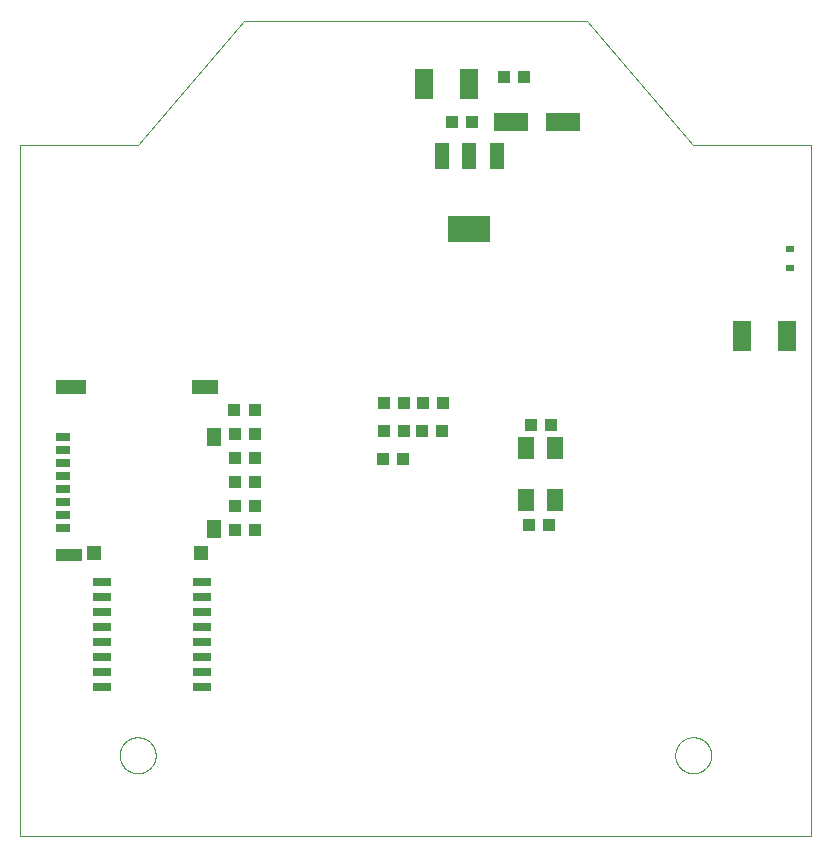
<source format=gbp>
G75*
%MOIN*%
%OFA0B0*%
%FSLAX25Y25*%
%IPPOS*%
%LPD*%
%AMOC8*
5,1,8,0,0,1.08239X$1,22.5*
%
%ADD10C,0.00000*%
%ADD11R,0.04331X0.03937*%
%ADD12R,0.11811X0.06299*%
%ADD13R,0.04800X0.08800*%
%ADD14R,0.14173X0.08661*%
%ADD15R,0.05512X0.07480*%
%ADD16R,0.06000X0.10000*%
%ADD17R,0.03150X0.02362*%
%ADD18R,0.04882X0.03150*%
%ADD19R,0.09843X0.04528*%
%ADD20R,0.08661X0.04528*%
%ADD21R,0.04528X0.05906*%
%ADD22R,0.04724X0.04567*%
%ADD23R,0.04921X0.04567*%
%ADD24R,0.08661X0.04409*%
%ADD25R,0.03937X0.04331*%
%ADD26R,0.04134X0.04252*%
%ADD27R,0.06000X0.02500*%
D10*
X0012400Y0035678D02*
X0012400Y0265993D01*
X0051770Y0265993D01*
X0087203Y0307332D01*
X0201376Y0307332D01*
X0236809Y0265993D01*
X0276180Y0265993D01*
X0276180Y0035678D01*
X0012400Y0035678D01*
X0045690Y0062450D02*
X0045692Y0062604D01*
X0045698Y0062759D01*
X0045708Y0062913D01*
X0045722Y0063067D01*
X0045740Y0063220D01*
X0045761Y0063373D01*
X0045787Y0063526D01*
X0045817Y0063677D01*
X0045850Y0063828D01*
X0045888Y0063978D01*
X0045929Y0064127D01*
X0045974Y0064275D01*
X0046023Y0064421D01*
X0046076Y0064567D01*
X0046132Y0064710D01*
X0046192Y0064853D01*
X0046256Y0064993D01*
X0046323Y0065133D01*
X0046394Y0065270D01*
X0046468Y0065405D01*
X0046546Y0065539D01*
X0046627Y0065670D01*
X0046712Y0065799D01*
X0046800Y0065927D01*
X0046891Y0066051D01*
X0046985Y0066174D01*
X0047083Y0066294D01*
X0047183Y0066411D01*
X0047287Y0066526D01*
X0047393Y0066638D01*
X0047502Y0066747D01*
X0047614Y0066853D01*
X0047729Y0066957D01*
X0047846Y0067057D01*
X0047966Y0067155D01*
X0048089Y0067249D01*
X0048213Y0067340D01*
X0048341Y0067428D01*
X0048470Y0067513D01*
X0048601Y0067594D01*
X0048735Y0067672D01*
X0048870Y0067746D01*
X0049007Y0067817D01*
X0049147Y0067884D01*
X0049287Y0067948D01*
X0049430Y0068008D01*
X0049573Y0068064D01*
X0049719Y0068117D01*
X0049865Y0068166D01*
X0050013Y0068211D01*
X0050162Y0068252D01*
X0050312Y0068290D01*
X0050463Y0068323D01*
X0050614Y0068353D01*
X0050767Y0068379D01*
X0050920Y0068400D01*
X0051073Y0068418D01*
X0051227Y0068432D01*
X0051381Y0068442D01*
X0051536Y0068448D01*
X0051690Y0068450D01*
X0051844Y0068448D01*
X0051999Y0068442D01*
X0052153Y0068432D01*
X0052307Y0068418D01*
X0052460Y0068400D01*
X0052613Y0068379D01*
X0052766Y0068353D01*
X0052917Y0068323D01*
X0053068Y0068290D01*
X0053218Y0068252D01*
X0053367Y0068211D01*
X0053515Y0068166D01*
X0053661Y0068117D01*
X0053807Y0068064D01*
X0053950Y0068008D01*
X0054093Y0067948D01*
X0054233Y0067884D01*
X0054373Y0067817D01*
X0054510Y0067746D01*
X0054645Y0067672D01*
X0054779Y0067594D01*
X0054910Y0067513D01*
X0055039Y0067428D01*
X0055167Y0067340D01*
X0055291Y0067249D01*
X0055414Y0067155D01*
X0055534Y0067057D01*
X0055651Y0066957D01*
X0055766Y0066853D01*
X0055878Y0066747D01*
X0055987Y0066638D01*
X0056093Y0066526D01*
X0056197Y0066411D01*
X0056297Y0066294D01*
X0056395Y0066174D01*
X0056489Y0066051D01*
X0056580Y0065927D01*
X0056668Y0065799D01*
X0056753Y0065670D01*
X0056834Y0065539D01*
X0056912Y0065405D01*
X0056986Y0065270D01*
X0057057Y0065133D01*
X0057124Y0064993D01*
X0057188Y0064853D01*
X0057248Y0064710D01*
X0057304Y0064567D01*
X0057357Y0064421D01*
X0057406Y0064275D01*
X0057451Y0064127D01*
X0057492Y0063978D01*
X0057530Y0063828D01*
X0057563Y0063677D01*
X0057593Y0063526D01*
X0057619Y0063373D01*
X0057640Y0063220D01*
X0057658Y0063067D01*
X0057672Y0062913D01*
X0057682Y0062759D01*
X0057688Y0062604D01*
X0057690Y0062450D01*
X0057688Y0062296D01*
X0057682Y0062141D01*
X0057672Y0061987D01*
X0057658Y0061833D01*
X0057640Y0061680D01*
X0057619Y0061527D01*
X0057593Y0061374D01*
X0057563Y0061223D01*
X0057530Y0061072D01*
X0057492Y0060922D01*
X0057451Y0060773D01*
X0057406Y0060625D01*
X0057357Y0060479D01*
X0057304Y0060333D01*
X0057248Y0060190D01*
X0057188Y0060047D01*
X0057124Y0059907D01*
X0057057Y0059767D01*
X0056986Y0059630D01*
X0056912Y0059495D01*
X0056834Y0059361D01*
X0056753Y0059230D01*
X0056668Y0059101D01*
X0056580Y0058973D01*
X0056489Y0058849D01*
X0056395Y0058726D01*
X0056297Y0058606D01*
X0056197Y0058489D01*
X0056093Y0058374D01*
X0055987Y0058262D01*
X0055878Y0058153D01*
X0055766Y0058047D01*
X0055651Y0057943D01*
X0055534Y0057843D01*
X0055414Y0057745D01*
X0055291Y0057651D01*
X0055167Y0057560D01*
X0055039Y0057472D01*
X0054910Y0057387D01*
X0054779Y0057306D01*
X0054645Y0057228D01*
X0054510Y0057154D01*
X0054373Y0057083D01*
X0054233Y0057016D01*
X0054093Y0056952D01*
X0053950Y0056892D01*
X0053807Y0056836D01*
X0053661Y0056783D01*
X0053515Y0056734D01*
X0053367Y0056689D01*
X0053218Y0056648D01*
X0053068Y0056610D01*
X0052917Y0056577D01*
X0052766Y0056547D01*
X0052613Y0056521D01*
X0052460Y0056500D01*
X0052307Y0056482D01*
X0052153Y0056468D01*
X0051999Y0056458D01*
X0051844Y0056452D01*
X0051690Y0056450D01*
X0051536Y0056452D01*
X0051381Y0056458D01*
X0051227Y0056468D01*
X0051073Y0056482D01*
X0050920Y0056500D01*
X0050767Y0056521D01*
X0050614Y0056547D01*
X0050463Y0056577D01*
X0050312Y0056610D01*
X0050162Y0056648D01*
X0050013Y0056689D01*
X0049865Y0056734D01*
X0049719Y0056783D01*
X0049573Y0056836D01*
X0049430Y0056892D01*
X0049287Y0056952D01*
X0049147Y0057016D01*
X0049007Y0057083D01*
X0048870Y0057154D01*
X0048735Y0057228D01*
X0048601Y0057306D01*
X0048470Y0057387D01*
X0048341Y0057472D01*
X0048213Y0057560D01*
X0048089Y0057651D01*
X0047966Y0057745D01*
X0047846Y0057843D01*
X0047729Y0057943D01*
X0047614Y0058047D01*
X0047502Y0058153D01*
X0047393Y0058262D01*
X0047287Y0058374D01*
X0047183Y0058489D01*
X0047083Y0058606D01*
X0046985Y0058726D01*
X0046891Y0058849D01*
X0046800Y0058973D01*
X0046712Y0059101D01*
X0046627Y0059230D01*
X0046546Y0059361D01*
X0046468Y0059495D01*
X0046394Y0059630D01*
X0046323Y0059767D01*
X0046256Y0059907D01*
X0046192Y0060047D01*
X0046132Y0060190D01*
X0046076Y0060333D01*
X0046023Y0060479D01*
X0045974Y0060625D01*
X0045929Y0060773D01*
X0045888Y0060922D01*
X0045850Y0061072D01*
X0045817Y0061223D01*
X0045787Y0061374D01*
X0045761Y0061527D01*
X0045740Y0061680D01*
X0045722Y0061833D01*
X0045708Y0061987D01*
X0045698Y0062141D01*
X0045692Y0062296D01*
X0045690Y0062450D01*
X0230890Y0062450D02*
X0230892Y0062604D01*
X0230898Y0062759D01*
X0230908Y0062913D01*
X0230922Y0063067D01*
X0230940Y0063220D01*
X0230961Y0063373D01*
X0230987Y0063526D01*
X0231017Y0063677D01*
X0231050Y0063828D01*
X0231088Y0063978D01*
X0231129Y0064127D01*
X0231174Y0064275D01*
X0231223Y0064421D01*
X0231276Y0064567D01*
X0231332Y0064710D01*
X0231392Y0064853D01*
X0231456Y0064993D01*
X0231523Y0065133D01*
X0231594Y0065270D01*
X0231668Y0065405D01*
X0231746Y0065539D01*
X0231827Y0065670D01*
X0231912Y0065799D01*
X0232000Y0065927D01*
X0232091Y0066051D01*
X0232185Y0066174D01*
X0232283Y0066294D01*
X0232383Y0066411D01*
X0232487Y0066526D01*
X0232593Y0066638D01*
X0232702Y0066747D01*
X0232814Y0066853D01*
X0232929Y0066957D01*
X0233046Y0067057D01*
X0233166Y0067155D01*
X0233289Y0067249D01*
X0233413Y0067340D01*
X0233541Y0067428D01*
X0233670Y0067513D01*
X0233801Y0067594D01*
X0233935Y0067672D01*
X0234070Y0067746D01*
X0234207Y0067817D01*
X0234347Y0067884D01*
X0234487Y0067948D01*
X0234630Y0068008D01*
X0234773Y0068064D01*
X0234919Y0068117D01*
X0235065Y0068166D01*
X0235213Y0068211D01*
X0235362Y0068252D01*
X0235512Y0068290D01*
X0235663Y0068323D01*
X0235814Y0068353D01*
X0235967Y0068379D01*
X0236120Y0068400D01*
X0236273Y0068418D01*
X0236427Y0068432D01*
X0236581Y0068442D01*
X0236736Y0068448D01*
X0236890Y0068450D01*
X0237044Y0068448D01*
X0237199Y0068442D01*
X0237353Y0068432D01*
X0237507Y0068418D01*
X0237660Y0068400D01*
X0237813Y0068379D01*
X0237966Y0068353D01*
X0238117Y0068323D01*
X0238268Y0068290D01*
X0238418Y0068252D01*
X0238567Y0068211D01*
X0238715Y0068166D01*
X0238861Y0068117D01*
X0239007Y0068064D01*
X0239150Y0068008D01*
X0239293Y0067948D01*
X0239433Y0067884D01*
X0239573Y0067817D01*
X0239710Y0067746D01*
X0239845Y0067672D01*
X0239979Y0067594D01*
X0240110Y0067513D01*
X0240239Y0067428D01*
X0240367Y0067340D01*
X0240491Y0067249D01*
X0240614Y0067155D01*
X0240734Y0067057D01*
X0240851Y0066957D01*
X0240966Y0066853D01*
X0241078Y0066747D01*
X0241187Y0066638D01*
X0241293Y0066526D01*
X0241397Y0066411D01*
X0241497Y0066294D01*
X0241595Y0066174D01*
X0241689Y0066051D01*
X0241780Y0065927D01*
X0241868Y0065799D01*
X0241953Y0065670D01*
X0242034Y0065539D01*
X0242112Y0065405D01*
X0242186Y0065270D01*
X0242257Y0065133D01*
X0242324Y0064993D01*
X0242388Y0064853D01*
X0242448Y0064710D01*
X0242504Y0064567D01*
X0242557Y0064421D01*
X0242606Y0064275D01*
X0242651Y0064127D01*
X0242692Y0063978D01*
X0242730Y0063828D01*
X0242763Y0063677D01*
X0242793Y0063526D01*
X0242819Y0063373D01*
X0242840Y0063220D01*
X0242858Y0063067D01*
X0242872Y0062913D01*
X0242882Y0062759D01*
X0242888Y0062604D01*
X0242890Y0062450D01*
X0242888Y0062296D01*
X0242882Y0062141D01*
X0242872Y0061987D01*
X0242858Y0061833D01*
X0242840Y0061680D01*
X0242819Y0061527D01*
X0242793Y0061374D01*
X0242763Y0061223D01*
X0242730Y0061072D01*
X0242692Y0060922D01*
X0242651Y0060773D01*
X0242606Y0060625D01*
X0242557Y0060479D01*
X0242504Y0060333D01*
X0242448Y0060190D01*
X0242388Y0060047D01*
X0242324Y0059907D01*
X0242257Y0059767D01*
X0242186Y0059630D01*
X0242112Y0059495D01*
X0242034Y0059361D01*
X0241953Y0059230D01*
X0241868Y0059101D01*
X0241780Y0058973D01*
X0241689Y0058849D01*
X0241595Y0058726D01*
X0241497Y0058606D01*
X0241397Y0058489D01*
X0241293Y0058374D01*
X0241187Y0058262D01*
X0241078Y0058153D01*
X0240966Y0058047D01*
X0240851Y0057943D01*
X0240734Y0057843D01*
X0240614Y0057745D01*
X0240491Y0057651D01*
X0240367Y0057560D01*
X0240239Y0057472D01*
X0240110Y0057387D01*
X0239979Y0057306D01*
X0239845Y0057228D01*
X0239710Y0057154D01*
X0239573Y0057083D01*
X0239433Y0057016D01*
X0239293Y0056952D01*
X0239150Y0056892D01*
X0239007Y0056836D01*
X0238861Y0056783D01*
X0238715Y0056734D01*
X0238567Y0056689D01*
X0238418Y0056648D01*
X0238268Y0056610D01*
X0238117Y0056577D01*
X0237966Y0056547D01*
X0237813Y0056521D01*
X0237660Y0056500D01*
X0237507Y0056482D01*
X0237353Y0056468D01*
X0237199Y0056458D01*
X0237044Y0056452D01*
X0236890Y0056450D01*
X0236736Y0056452D01*
X0236581Y0056458D01*
X0236427Y0056468D01*
X0236273Y0056482D01*
X0236120Y0056500D01*
X0235967Y0056521D01*
X0235814Y0056547D01*
X0235663Y0056577D01*
X0235512Y0056610D01*
X0235362Y0056648D01*
X0235213Y0056689D01*
X0235065Y0056734D01*
X0234919Y0056783D01*
X0234773Y0056836D01*
X0234630Y0056892D01*
X0234487Y0056952D01*
X0234347Y0057016D01*
X0234207Y0057083D01*
X0234070Y0057154D01*
X0233935Y0057228D01*
X0233801Y0057306D01*
X0233670Y0057387D01*
X0233541Y0057472D01*
X0233413Y0057560D01*
X0233289Y0057651D01*
X0233166Y0057745D01*
X0233046Y0057843D01*
X0232929Y0057943D01*
X0232814Y0058047D01*
X0232702Y0058153D01*
X0232593Y0058262D01*
X0232487Y0058374D01*
X0232383Y0058489D01*
X0232283Y0058606D01*
X0232185Y0058726D01*
X0232091Y0058849D01*
X0232000Y0058973D01*
X0231912Y0059101D01*
X0231827Y0059230D01*
X0231746Y0059361D01*
X0231668Y0059495D01*
X0231594Y0059630D01*
X0231523Y0059767D01*
X0231456Y0059907D01*
X0231392Y0060047D01*
X0231332Y0060190D01*
X0231276Y0060333D01*
X0231223Y0060479D01*
X0231174Y0060625D01*
X0231129Y0060773D01*
X0231088Y0060922D01*
X0231050Y0061072D01*
X0231017Y0061223D01*
X0230987Y0061374D01*
X0230961Y0061527D01*
X0230940Y0061680D01*
X0230922Y0061833D01*
X0230908Y0061987D01*
X0230898Y0062141D01*
X0230892Y0062296D01*
X0230890Y0062450D01*
D11*
X0188967Y0139170D03*
X0182274Y0139170D03*
X0182774Y0172544D03*
X0189467Y0172544D03*
X0153250Y0170426D03*
X0146557Y0170426D03*
X0140369Y0170682D03*
X0133676Y0170682D03*
X0133676Y0179745D03*
X0140369Y0179745D03*
X0146680Y0179895D03*
X0153372Y0179895D03*
X0140274Y0161304D03*
X0133581Y0161304D03*
X0156392Y0273584D03*
X0163085Y0273584D03*
X0173892Y0288584D03*
X0180585Y0288584D03*
D12*
X0176077Y0273584D03*
X0193400Y0273584D03*
D13*
X0171339Y0262284D03*
X0162239Y0262284D03*
X0153139Y0262284D03*
D14*
X0162239Y0237883D03*
D15*
X0181266Y0165025D03*
X0190715Y0165025D03*
X0190715Y0147702D03*
X0181266Y0147702D03*
D16*
X0253223Y0202194D03*
X0268223Y0202194D03*
X0162239Y0286084D03*
X0147239Y0286084D03*
D17*
X0269124Y0231143D03*
X0269124Y0224844D03*
D18*
X0026920Y0168670D03*
X0026920Y0164340D03*
X0026920Y0160009D03*
X0026920Y0155678D03*
X0026920Y0151348D03*
X0026920Y0147017D03*
X0026920Y0142686D03*
X0026920Y0138356D03*
D19*
X0029400Y0185147D03*
D20*
X0074006Y0185186D03*
D21*
X0077136Y0168434D03*
X0077136Y0137804D03*
D22*
X0072707Y0129930D03*
D23*
X0037274Y0129930D03*
D24*
X0028809Y0129123D03*
D25*
X0084054Y0137647D03*
X0090746Y0137647D03*
X0090746Y0145647D03*
X0084054Y0145647D03*
X0084054Y0153647D03*
X0090746Y0153647D03*
X0090746Y0161647D03*
X0084054Y0161647D03*
X0084054Y0169647D03*
X0090746Y0169647D03*
D26*
X0090845Y0177647D03*
X0083955Y0177647D03*
D27*
X0072994Y0120147D03*
X0072994Y0115147D03*
X0072994Y0110147D03*
X0072994Y0105147D03*
X0072994Y0100147D03*
X0072994Y0095147D03*
X0072994Y0090147D03*
X0072994Y0085147D03*
X0039806Y0085147D03*
X0039806Y0090147D03*
X0039806Y0095147D03*
X0039806Y0100147D03*
X0039806Y0105147D03*
X0039806Y0110147D03*
X0039806Y0115147D03*
X0039806Y0120147D03*
M02*

</source>
